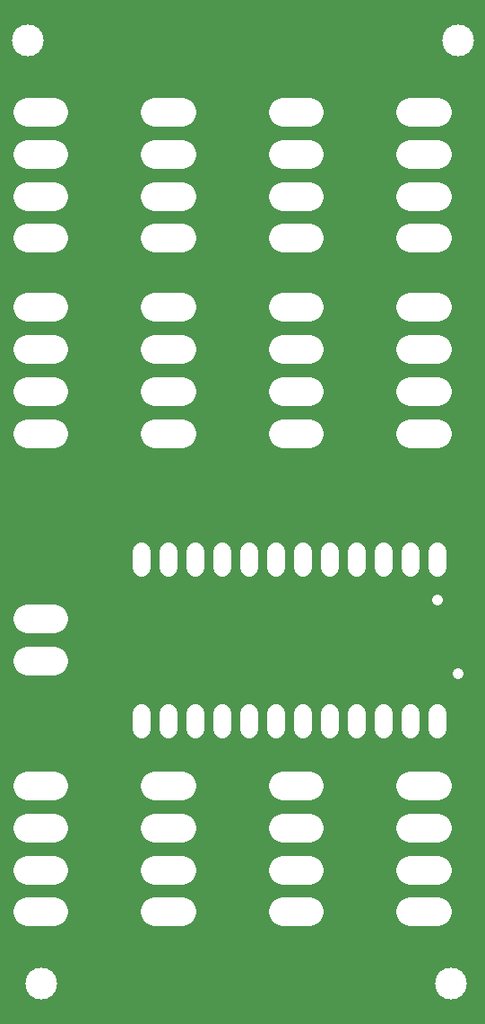
<source format=gbr>
G04 EAGLE Gerber RS-274X export*
G75*
%MOMM*%
%FSLAX34Y34*%
%LPD*%
%INSoldermask Bottom*%
%IPNEG*%
%AMOC8*
5,1,8,0,0,1.08239X$1,22.5*%
G01*
%ADD10C,2.717800*%
%ADD11C,1.727200*%
%ADD12C,3.003200*%
%ADD13C,1.059600*%


D10*
X57277Y191262D02*
X82423Y191262D01*
X82423Y151638D02*
X57277Y151638D01*
X57277Y112014D02*
X82423Y112014D01*
X82423Y230886D02*
X57277Y230886D01*
X177927Y642112D02*
X203073Y642112D01*
X203073Y602488D02*
X177927Y602488D01*
X177927Y562864D02*
X203073Y562864D01*
X203073Y681736D02*
X177927Y681736D01*
X82423Y826262D02*
X57277Y826262D01*
X57277Y786638D02*
X82423Y786638D01*
X82423Y747014D02*
X57277Y747014D01*
X57277Y865886D02*
X82423Y865886D01*
X82423Y642112D02*
X57277Y642112D01*
X57277Y602488D02*
X82423Y602488D01*
X82423Y562864D02*
X57277Y562864D01*
X57277Y681736D02*
X82423Y681736D01*
X82423Y348488D02*
X57277Y348488D01*
X57277Y388112D02*
X82423Y388112D01*
X177927Y191262D02*
X203073Y191262D01*
X203073Y151638D02*
X177927Y151638D01*
X177927Y112014D02*
X203073Y112014D01*
X203073Y230886D02*
X177927Y230886D01*
X298577Y191262D02*
X323723Y191262D01*
X323723Y151638D02*
X298577Y151638D01*
X298577Y112014D02*
X323723Y112014D01*
X323723Y230886D02*
X298577Y230886D01*
X419227Y191262D02*
X444373Y191262D01*
X444373Y151638D02*
X419227Y151638D01*
X419227Y112014D02*
X444373Y112014D01*
X444373Y230886D02*
X419227Y230886D01*
X419227Y826262D02*
X444373Y826262D01*
X444373Y786638D02*
X419227Y786638D01*
X419227Y747014D02*
X444373Y747014D01*
X444373Y865886D02*
X419227Y865886D01*
X419227Y642112D02*
X444373Y642112D01*
X444373Y602488D02*
X419227Y602488D01*
X419227Y562864D02*
X444373Y562864D01*
X444373Y681736D02*
X419227Y681736D01*
X323723Y826262D02*
X298577Y826262D01*
X298577Y786638D02*
X323723Y786638D01*
X323723Y747014D02*
X298577Y747014D01*
X298577Y865886D02*
X323723Y865886D01*
X323723Y642112D02*
X298577Y642112D01*
X298577Y602488D02*
X323723Y602488D01*
X323723Y562864D02*
X298577Y562864D01*
X298577Y681736D02*
X323723Y681736D01*
X203073Y826262D02*
X177927Y826262D01*
X177927Y786638D02*
X203073Y786638D01*
X203073Y747014D02*
X177927Y747014D01*
X177927Y865886D02*
X203073Y865886D01*
D11*
X165100Y299720D02*
X165100Y284480D01*
X190500Y284480D02*
X190500Y299720D01*
X215900Y299720D02*
X215900Y284480D01*
X241300Y284480D02*
X241300Y299720D01*
X266700Y299720D02*
X266700Y284480D01*
X292100Y284480D02*
X292100Y299720D01*
X317500Y299720D02*
X317500Y284480D01*
X342900Y284480D02*
X342900Y299720D01*
X368300Y299720D02*
X368300Y284480D01*
X393700Y284480D02*
X393700Y299720D01*
X419100Y299720D02*
X419100Y284480D01*
X444500Y284480D02*
X444500Y299720D01*
X165100Y436880D02*
X165100Y452120D01*
X190500Y452120D02*
X190500Y436880D01*
X215900Y436880D02*
X215900Y452120D01*
X241300Y452120D02*
X241300Y436880D01*
X266700Y436880D02*
X266700Y452120D01*
X292100Y452120D02*
X292100Y436880D01*
X317500Y436880D02*
X317500Y452120D01*
X342900Y452120D02*
X342900Y436880D01*
X368300Y436880D02*
X368300Y452120D01*
X393700Y452120D02*
X393700Y436880D01*
X419100Y436880D02*
X419100Y452120D01*
X444500Y452120D02*
X444500Y436880D01*
D12*
X69850Y44450D03*
X457200Y44450D03*
X463550Y933450D03*
X57150Y933450D03*
D13*
X463550Y336550D03*
X444500Y406400D03*
M02*

</source>
